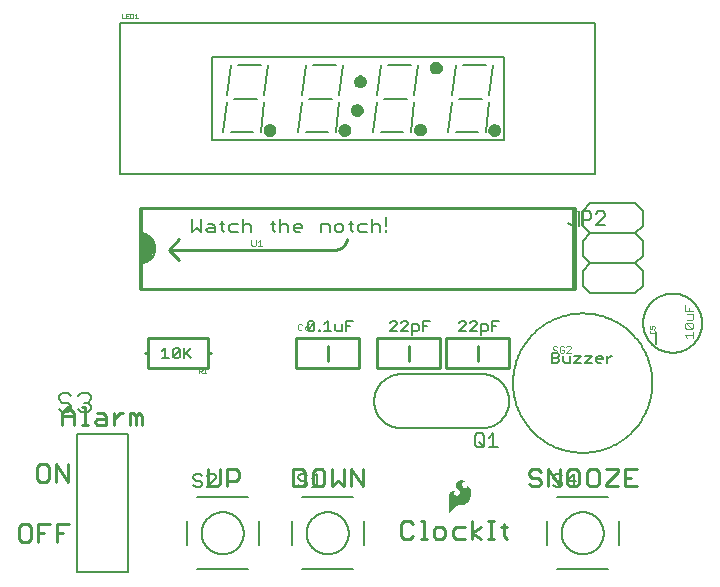
<source format=gbr>
G04 EAGLE Gerber RS-274X export*
G75*
%MOMM*%
%FSLAX34Y34*%
%LPD*%
%INSilkscreen Top*%
%IPPOS*%
%AMOC8*
5,1,8,0,0,1.08239X$1,22.5*%
G01*
%ADD10C,0.254000*%
%ADD11C,0.279400*%
%ADD12C,0.152400*%
%ADD13C,0.203200*%
%ADD14C,0.127000*%
%ADD15C,0.025400*%
%ADD16C,0.076200*%
%ADD17C,0.050800*%
%ADD18C,0.177800*%

G36*
X77480Y54511D02*
X77480Y54511D01*
X77484Y54509D01*
X77554Y54545D01*
X77564Y54550D01*
X77565Y54551D01*
X82437Y60033D01*
X83291Y60815D01*
X84281Y61404D01*
X84632Y61531D01*
X85000Y61596D01*
X87275Y61596D01*
X87280Y61598D01*
X87286Y61596D01*
X88650Y61720D01*
X88660Y61726D01*
X88672Y61724D01*
X89991Y62092D01*
X89999Y62100D01*
X90012Y62101D01*
X91242Y62701D01*
X91249Y62708D01*
X91260Y62711D01*
X92417Y63528D01*
X92422Y63536D01*
X92431Y63539D01*
X93462Y64511D01*
X93465Y64519D01*
X93471Y64521D01*
X93472Y64523D01*
X93474Y64524D01*
X94359Y65631D01*
X94361Y65641D01*
X94370Y65648D01*
X95317Y67329D01*
X95318Y67340D01*
X95326Y67350D01*
X95954Y69174D01*
X95953Y69185D01*
X95960Y69196D01*
X96248Y71103D01*
X96245Y71114D01*
X96250Y71126D01*
X96248Y71178D01*
X96240Y71430D01*
X96236Y71556D01*
X96236Y71557D01*
X96228Y71809D01*
X96220Y72062D01*
X96216Y72188D01*
X96208Y72440D01*
X96197Y72819D01*
X96189Y73054D01*
X96185Y73063D01*
X96187Y73075D01*
X95980Y74114D01*
X95975Y74122D01*
X95975Y74133D01*
X95617Y75130D01*
X95611Y75137D01*
X95610Y75148D01*
X95108Y76082D01*
X95099Y76089D01*
X95096Y76101D01*
X94189Y77238D01*
X94178Y77244D01*
X94171Y77257D01*
X93045Y78178D01*
X93002Y78190D01*
X92961Y78206D01*
X92956Y78204D01*
X92950Y78205D01*
X92912Y78184D01*
X92872Y78165D01*
X92869Y78159D01*
X92865Y78157D01*
X92857Y78128D01*
X92839Y78080D01*
X92839Y77200D01*
X92823Y77080D01*
X92779Y76977D01*
X92505Y76637D01*
X92144Y76389D01*
X91970Y76324D01*
X91432Y76266D01*
X90902Y76364D01*
X90414Y76613D01*
X89512Y77264D01*
X89100Y77618D01*
X88749Y78028D01*
X88466Y78486D01*
X88260Y78980D01*
X88201Y79280D01*
X88213Y79583D01*
X88370Y80102D01*
X88656Y80562D01*
X89051Y80932D01*
X89532Y81187D01*
X90022Y81326D01*
X90533Y81383D01*
X91136Y81383D01*
X91137Y81383D01*
X91159Y81392D01*
X91227Y81421D01*
X91262Y81513D01*
X91258Y81522D01*
X91224Y81598D01*
X91222Y81601D01*
X91221Y81602D01*
X91220Y81603D01*
X91199Y81623D01*
X91192Y81626D01*
X91188Y81634D01*
X90753Y81972D01*
X90738Y81976D01*
X90726Y81988D01*
X90222Y82209D01*
X90221Y82209D01*
X89865Y82361D01*
X89637Y82462D01*
X89627Y82463D01*
X89617Y82469D01*
X88739Y82689D01*
X88730Y82688D01*
X88720Y82692D01*
X87820Y82778D01*
X87810Y82774D01*
X87798Y82778D01*
X86930Y82712D01*
X86919Y82706D01*
X86906Y82707D01*
X86066Y82476D01*
X86056Y82468D01*
X86043Y82467D01*
X85263Y82079D01*
X85256Y82071D01*
X85245Y82068D01*
X84468Y81508D01*
X84464Y81501D01*
X84455Y81497D01*
X83759Y80839D01*
X83754Y80828D01*
X83743Y80820D01*
X83312Y80217D01*
X83309Y80202D01*
X83297Y80189D01*
X83030Y79497D01*
X83030Y79481D01*
X83022Y79466D01*
X82935Y78729D01*
X82940Y78714D01*
X82936Y78697D01*
X83035Y77962D01*
X83043Y77949D01*
X83043Y77932D01*
X83323Y77244D01*
X83332Y77235D01*
X83335Y77221D01*
X84522Y75463D01*
X84530Y75458D01*
X84534Y75447D01*
X85987Y73906D01*
X86357Y73471D01*
X86597Y72968D01*
X86699Y72420D01*
X86656Y71864D01*
X86470Y71339D01*
X86155Y70879D01*
X85730Y70514D01*
X85187Y70221D01*
X84601Y70023D01*
X83991Y69926D01*
X83280Y69961D01*
X82602Y70168D01*
X81996Y70533D01*
X81683Y70861D01*
X81477Y71265D01*
X81384Y71681D01*
X81384Y72109D01*
X81477Y72524D01*
X81549Y72662D01*
X81667Y72776D01*
X82491Y73375D01*
X82624Y73446D01*
X82762Y73474D01*
X82920Y73458D01*
X82963Y73472D01*
X83008Y73483D01*
X83010Y73487D01*
X83014Y73488D01*
X83034Y73529D01*
X83057Y73568D01*
X83056Y73572D01*
X83058Y73576D01*
X83043Y73619D01*
X83030Y73663D01*
X83027Y73665D01*
X83026Y73669D01*
X82988Y73688D01*
X82952Y73709D01*
X82469Y73785D01*
X82464Y73784D01*
X82459Y73786D01*
X81519Y73859D01*
X81510Y73856D01*
X81499Y73859D01*
X80559Y73786D01*
X80549Y73781D01*
X80537Y73782D01*
X79838Y73598D01*
X79828Y73590D01*
X79814Y73589D01*
X79166Y73268D01*
X79158Y73259D01*
X79144Y73255D01*
X78574Y72810D01*
X78568Y72799D01*
X78556Y72793D01*
X78086Y72243D01*
X78082Y72231D01*
X78071Y72222D01*
X77670Y71490D01*
X77669Y71477D01*
X77660Y71466D01*
X77420Y70667D01*
X77421Y70654D01*
X77415Y70641D01*
X77345Y69810D01*
X77347Y69804D01*
X77345Y69799D01*
X77345Y54635D01*
X77347Y54630D01*
X77345Y54626D01*
X77366Y54586D01*
X77383Y54544D01*
X77388Y54543D01*
X77390Y54538D01*
X77433Y54525D01*
X77475Y54509D01*
X77480Y54511D01*
G37*
G36*
X67651Y426586D02*
X67651Y426586D01*
X67795Y426623D01*
X67872Y426636D01*
X68812Y426965D01*
X68945Y427033D01*
X69017Y427064D01*
X69860Y427593D01*
X69974Y427690D01*
X70037Y427735D01*
X70741Y428439D01*
X70831Y428558D01*
X70883Y428616D01*
X71412Y429459D01*
X71473Y429595D01*
X71511Y429664D01*
X71840Y430604D01*
X71869Y430750D01*
X71890Y430825D01*
X72002Y431814D01*
X71998Y431964D01*
X72002Y432041D01*
X71931Y432675D01*
X71931Y432676D01*
X71891Y433031D01*
X71853Y433175D01*
X71840Y433252D01*
X71511Y434192D01*
X71443Y434325D01*
X71413Y434397D01*
X70883Y435240D01*
X70787Y435354D01*
X70741Y435418D01*
X70038Y436121D01*
X69918Y436211D01*
X69860Y436263D01*
X69017Y436793D01*
X68881Y436854D01*
X68812Y436891D01*
X67872Y437220D01*
X67726Y437249D01*
X67651Y437271D01*
X66661Y437382D01*
X66513Y437378D01*
X66435Y437382D01*
X65445Y437271D01*
X65301Y437233D01*
X65224Y437220D01*
X64284Y436891D01*
X64151Y436823D01*
X64079Y436793D01*
X63236Y436263D01*
X63122Y436167D01*
X63058Y436121D01*
X62355Y435418D01*
X62265Y435298D01*
X62213Y435240D01*
X61683Y434397D01*
X61622Y434261D01*
X61585Y434192D01*
X61256Y433252D01*
X61227Y433106D01*
X61205Y433031D01*
X61094Y432041D01*
X61098Y431893D01*
X61094Y431814D01*
X61206Y430825D01*
X61243Y430681D01*
X61256Y430604D01*
X61585Y429664D01*
X61653Y429531D01*
X61684Y429459D01*
X62213Y428616D01*
X62310Y428502D01*
X62355Y428439D01*
X63059Y427735D01*
X63144Y427671D01*
X63147Y427668D01*
X63150Y427667D01*
X63178Y427645D01*
X63236Y427593D01*
X64079Y427064D01*
X64215Y427003D01*
X64284Y426965D01*
X65224Y426636D01*
X65370Y426607D01*
X65445Y426586D01*
X66434Y426474D01*
X66584Y426478D01*
X66662Y426474D01*
X67651Y426586D01*
G37*
G36*
X3439Y414952D02*
X3439Y414952D01*
X3583Y414989D01*
X3660Y415002D01*
X4600Y415331D01*
X4733Y415399D01*
X4805Y415430D01*
X5648Y415959D01*
X5762Y416056D01*
X5825Y416101D01*
X6529Y416805D01*
X6619Y416924D01*
X6671Y416982D01*
X7200Y417825D01*
X7261Y417961D01*
X7299Y418030D01*
X7628Y418970D01*
X7657Y419116D01*
X7678Y419191D01*
X7790Y420180D01*
X7786Y420330D01*
X7790Y420407D01*
X7719Y421041D01*
X7719Y421042D01*
X7679Y421397D01*
X7641Y421541D01*
X7628Y421618D01*
X7299Y422558D01*
X7231Y422691D01*
X7201Y422763D01*
X6671Y423606D01*
X6575Y423720D01*
X6529Y423784D01*
X5826Y424487D01*
X5706Y424577D01*
X5648Y424629D01*
X4805Y425159D01*
X4669Y425220D01*
X4600Y425257D01*
X3660Y425586D01*
X3514Y425615D01*
X3439Y425637D01*
X2449Y425748D01*
X2301Y425744D01*
X2223Y425748D01*
X1233Y425637D01*
X1089Y425599D01*
X1012Y425586D01*
X72Y425257D01*
X-61Y425189D01*
X-133Y425159D01*
X-976Y424629D01*
X-1090Y424533D01*
X-1154Y424487D01*
X-1857Y423784D01*
X-1947Y423664D01*
X-1999Y423606D01*
X-2529Y422763D01*
X-2590Y422627D01*
X-2627Y422558D01*
X-2956Y421618D01*
X-2985Y421472D01*
X-3007Y421397D01*
X-3118Y420407D01*
X-3114Y420259D01*
X-3118Y420180D01*
X-3006Y419191D01*
X-2969Y419047D01*
X-2956Y418970D01*
X-2627Y418030D01*
X-2559Y417897D01*
X-2528Y417825D01*
X-1999Y416982D01*
X-1903Y416868D01*
X-1857Y416805D01*
X-1153Y416101D01*
X-1068Y416037D01*
X-1065Y416034D01*
X-1063Y416033D01*
X-1034Y416011D01*
X-976Y415959D01*
X-133Y415430D01*
X3Y415369D01*
X72Y415331D01*
X1012Y415002D01*
X1158Y414973D01*
X1233Y414952D01*
X2222Y414840D01*
X2372Y414844D01*
X2450Y414840D01*
X3439Y414952D01*
G37*
G36*
X798Y390695D02*
X798Y390695D01*
X942Y390732D01*
X1019Y390745D01*
X1959Y391074D01*
X2092Y391142D01*
X2164Y391173D01*
X3007Y391702D01*
X3121Y391799D01*
X3184Y391844D01*
X3888Y392548D01*
X3978Y392667D01*
X4030Y392725D01*
X4559Y393568D01*
X4620Y393704D01*
X4658Y393773D01*
X4987Y394713D01*
X5016Y394859D01*
X5037Y394934D01*
X5149Y395923D01*
X5145Y396073D01*
X5149Y396150D01*
X5078Y396784D01*
X5078Y396785D01*
X5038Y397140D01*
X5000Y397284D01*
X4987Y397361D01*
X4658Y398301D01*
X4590Y398434D01*
X4560Y398506D01*
X4030Y399349D01*
X3934Y399463D01*
X3888Y399527D01*
X3185Y400230D01*
X3065Y400320D01*
X3007Y400372D01*
X2164Y400902D01*
X2028Y400963D01*
X1959Y401000D01*
X1019Y401329D01*
X873Y401358D01*
X798Y401380D01*
X-192Y401491D01*
X-340Y401487D01*
X-418Y401491D01*
X-1408Y401380D01*
X-1552Y401342D01*
X-1629Y401329D01*
X-2569Y401000D01*
X-2702Y400932D01*
X-2774Y400902D01*
X-3617Y400372D01*
X-3731Y400276D01*
X-3795Y400230D01*
X-4498Y399527D01*
X-4588Y399407D01*
X-4640Y399349D01*
X-5170Y398506D01*
X-5231Y398370D01*
X-5268Y398301D01*
X-5597Y397361D01*
X-5626Y397215D01*
X-5648Y397140D01*
X-5759Y396150D01*
X-5755Y396002D01*
X-5759Y395923D01*
X-5647Y394934D01*
X-5610Y394790D01*
X-5597Y394713D01*
X-5268Y393773D01*
X-5200Y393640D01*
X-5169Y393568D01*
X-4640Y392725D01*
X-4544Y392611D01*
X-4498Y392548D01*
X-3794Y391844D01*
X-3709Y391780D01*
X-3706Y391777D01*
X-3704Y391776D01*
X-3675Y391754D01*
X-3617Y391702D01*
X-2774Y391173D01*
X-2638Y391112D01*
X-2569Y391074D01*
X-1629Y390745D01*
X-1483Y390716D01*
X-1408Y390695D01*
X-419Y390583D01*
X-269Y390587D01*
X-191Y390583D01*
X798Y390695D01*
G37*
G36*
X54290Y374033D02*
X54290Y374033D01*
X54434Y374070D01*
X54511Y374083D01*
X55451Y374412D01*
X55584Y374480D01*
X55656Y374511D01*
X56499Y375040D01*
X56613Y375137D01*
X56676Y375182D01*
X57380Y375886D01*
X57470Y376005D01*
X57522Y376063D01*
X58051Y376906D01*
X58112Y377042D01*
X58150Y377111D01*
X58479Y378051D01*
X58508Y378197D01*
X58529Y378272D01*
X58641Y379261D01*
X58637Y379411D01*
X58641Y379488D01*
X58570Y380122D01*
X58570Y380123D01*
X58530Y380478D01*
X58492Y380622D01*
X58479Y380699D01*
X58150Y381639D01*
X58082Y381772D01*
X58052Y381844D01*
X57522Y382687D01*
X57426Y382801D01*
X57380Y382865D01*
X56677Y383568D01*
X56557Y383658D01*
X56499Y383710D01*
X55656Y384240D01*
X55520Y384301D01*
X55451Y384338D01*
X54511Y384667D01*
X54365Y384696D01*
X54290Y384718D01*
X53300Y384829D01*
X53152Y384825D01*
X53074Y384829D01*
X52084Y384718D01*
X51940Y384680D01*
X51863Y384667D01*
X50923Y384338D01*
X50790Y384270D01*
X50718Y384240D01*
X49875Y383710D01*
X49761Y383614D01*
X49697Y383568D01*
X48994Y382865D01*
X48904Y382745D01*
X48852Y382687D01*
X48322Y381844D01*
X48261Y381708D01*
X48224Y381639D01*
X47895Y380699D01*
X47866Y380553D01*
X47844Y380478D01*
X47733Y379488D01*
X47737Y379340D01*
X47733Y379261D01*
X47845Y378272D01*
X47882Y378128D01*
X47895Y378051D01*
X48224Y377111D01*
X48292Y376978D01*
X48323Y376906D01*
X48852Y376063D01*
X48949Y375949D01*
X48994Y375886D01*
X49698Y375182D01*
X49783Y375118D01*
X49786Y375115D01*
X49789Y375114D01*
X49817Y375092D01*
X49875Y375040D01*
X50718Y374511D01*
X50854Y374450D01*
X50923Y374412D01*
X51863Y374083D01*
X52009Y374054D01*
X52084Y374033D01*
X53073Y373921D01*
X53223Y373925D01*
X53301Y373921D01*
X54290Y374033D01*
G37*
G36*
X-73142Y373728D02*
X-73142Y373728D01*
X-72998Y373765D01*
X-72921Y373778D01*
X-71981Y374107D01*
X-71848Y374175D01*
X-71776Y374206D01*
X-70933Y374735D01*
X-70819Y374832D01*
X-70756Y374877D01*
X-70052Y375581D01*
X-69962Y375700D01*
X-69910Y375758D01*
X-69381Y376601D01*
X-69320Y376737D01*
X-69282Y376806D01*
X-68953Y377746D01*
X-68924Y377892D01*
X-68903Y377967D01*
X-68791Y378956D01*
X-68795Y379106D01*
X-68791Y379183D01*
X-68862Y379817D01*
X-68862Y379818D01*
X-68902Y380173D01*
X-68940Y380317D01*
X-68953Y380394D01*
X-69282Y381334D01*
X-69350Y381467D01*
X-69380Y381539D01*
X-69910Y382382D01*
X-70006Y382496D01*
X-70052Y382560D01*
X-70755Y383263D01*
X-70875Y383353D01*
X-70933Y383405D01*
X-71776Y383935D01*
X-71912Y383996D01*
X-71981Y384033D01*
X-72921Y384362D01*
X-73067Y384391D01*
X-73142Y384413D01*
X-74132Y384524D01*
X-74280Y384520D01*
X-74358Y384524D01*
X-75348Y384413D01*
X-75492Y384375D01*
X-75569Y384362D01*
X-76509Y384033D01*
X-76642Y383965D01*
X-76714Y383935D01*
X-77557Y383405D01*
X-77671Y383309D01*
X-77735Y383263D01*
X-78438Y382560D01*
X-78528Y382440D01*
X-78580Y382382D01*
X-79110Y381539D01*
X-79171Y381403D01*
X-79208Y381334D01*
X-79537Y380394D01*
X-79566Y380248D01*
X-79588Y380173D01*
X-79699Y379183D01*
X-79695Y379035D01*
X-79699Y378956D01*
X-79587Y377967D01*
X-79550Y377823D01*
X-79537Y377746D01*
X-79208Y376806D01*
X-79140Y376673D01*
X-79109Y376601D01*
X-78580Y375758D01*
X-78484Y375644D01*
X-78438Y375581D01*
X-77734Y374877D01*
X-77649Y374813D01*
X-77646Y374810D01*
X-77644Y374809D01*
X-77615Y374787D01*
X-77557Y374735D01*
X-76714Y374206D01*
X-76578Y374145D01*
X-76509Y374107D01*
X-75569Y373778D01*
X-75423Y373749D01*
X-75348Y373728D01*
X-74359Y373616D01*
X-74209Y373620D01*
X-74131Y373616D01*
X-73142Y373728D01*
G37*
G36*
X117104Y373728D02*
X117104Y373728D01*
X117248Y373765D01*
X117325Y373778D01*
X118265Y374107D01*
X118398Y374175D01*
X118470Y374206D01*
X119313Y374735D01*
X119427Y374832D01*
X119490Y374877D01*
X120194Y375581D01*
X120284Y375700D01*
X120336Y375758D01*
X120865Y376601D01*
X120926Y376737D01*
X120964Y376806D01*
X121293Y377746D01*
X121322Y377892D01*
X121343Y377967D01*
X121455Y378956D01*
X121451Y379106D01*
X121455Y379183D01*
X121384Y379817D01*
X121384Y379818D01*
X121344Y380173D01*
X121306Y380317D01*
X121293Y380394D01*
X120964Y381334D01*
X120896Y381467D01*
X120866Y381539D01*
X120336Y382382D01*
X120240Y382496D01*
X120194Y382560D01*
X119491Y383263D01*
X119371Y383353D01*
X119313Y383405D01*
X118470Y383935D01*
X118334Y383996D01*
X118265Y384033D01*
X117325Y384362D01*
X117179Y384391D01*
X117104Y384413D01*
X116114Y384524D01*
X115966Y384520D01*
X115888Y384524D01*
X114898Y384413D01*
X114754Y384375D01*
X114677Y384362D01*
X113737Y384033D01*
X113604Y383965D01*
X113532Y383935D01*
X112689Y383405D01*
X112575Y383309D01*
X112511Y383263D01*
X111808Y382560D01*
X111718Y382440D01*
X111666Y382382D01*
X111136Y381539D01*
X111075Y381403D01*
X111038Y381334D01*
X110709Y380394D01*
X110680Y380248D01*
X110658Y380173D01*
X110547Y379183D01*
X110551Y379035D01*
X110547Y378956D01*
X110659Y377967D01*
X110696Y377823D01*
X110709Y377746D01*
X111038Y376806D01*
X111106Y376673D01*
X111137Y376601D01*
X111666Y375758D01*
X111763Y375644D01*
X111808Y375581D01*
X112512Y374877D01*
X112597Y374813D01*
X112600Y374810D01*
X112603Y374809D01*
X112631Y374787D01*
X112689Y374735D01*
X113532Y374206D01*
X113668Y374145D01*
X113737Y374107D01*
X114677Y373778D01*
X114823Y373749D01*
X114898Y373728D01*
X115887Y373616D01*
X116037Y373620D01*
X116115Y373616D01*
X117104Y373728D01*
G37*
G36*
X-9718Y373728D02*
X-9718Y373728D01*
X-9574Y373765D01*
X-9497Y373778D01*
X-8557Y374107D01*
X-8424Y374175D01*
X-8352Y374206D01*
X-7509Y374735D01*
X-7395Y374832D01*
X-7332Y374877D01*
X-6628Y375581D01*
X-6538Y375700D01*
X-6486Y375758D01*
X-5957Y376601D01*
X-5896Y376737D01*
X-5858Y376806D01*
X-5529Y377746D01*
X-5500Y377892D01*
X-5479Y377967D01*
X-5367Y378956D01*
X-5371Y379106D01*
X-5367Y379183D01*
X-5438Y379817D01*
X-5438Y379818D01*
X-5478Y380173D01*
X-5516Y380317D01*
X-5529Y380394D01*
X-5858Y381334D01*
X-5926Y381467D01*
X-5956Y381539D01*
X-6486Y382382D01*
X-6582Y382496D01*
X-6628Y382560D01*
X-7331Y383263D01*
X-7451Y383353D01*
X-7509Y383405D01*
X-8352Y383935D01*
X-8488Y383996D01*
X-8557Y384033D01*
X-9497Y384362D01*
X-9643Y384391D01*
X-9718Y384413D01*
X-10708Y384524D01*
X-10856Y384520D01*
X-10934Y384524D01*
X-11924Y384413D01*
X-12068Y384375D01*
X-12145Y384362D01*
X-13085Y384033D01*
X-13218Y383965D01*
X-13290Y383935D01*
X-14133Y383405D01*
X-14247Y383309D01*
X-14311Y383263D01*
X-15014Y382560D01*
X-15104Y382440D01*
X-15156Y382382D01*
X-15686Y381539D01*
X-15747Y381403D01*
X-15784Y381334D01*
X-16113Y380394D01*
X-16142Y380248D01*
X-16164Y380173D01*
X-16275Y379183D01*
X-16271Y379035D01*
X-16275Y378956D01*
X-16163Y377967D01*
X-16126Y377823D01*
X-16113Y377746D01*
X-15784Y376806D01*
X-15716Y376673D01*
X-15685Y376601D01*
X-15156Y375758D01*
X-15060Y375644D01*
X-15014Y375581D01*
X-14310Y374877D01*
X-14225Y374813D01*
X-14222Y374810D01*
X-14220Y374809D01*
X-14191Y374787D01*
X-14133Y374735D01*
X-13290Y374206D01*
X-13154Y374145D01*
X-13085Y374107D01*
X-12145Y373778D01*
X-11999Y373749D01*
X-11924Y373728D01*
X-10935Y373616D01*
X-10785Y373620D01*
X-10707Y373616D01*
X-9718Y373728D01*
G37*
D10*
X-22860Y278130D02*
X-22583Y278072D01*
X-22305Y278020D01*
X-22025Y277976D01*
X-21745Y277938D01*
X-21464Y277907D01*
X-21182Y277883D01*
X-20899Y277865D01*
X-20617Y277855D01*
X-20334Y277851D01*
X-20051Y277854D01*
X-19768Y277864D01*
X-19486Y277881D01*
X-19204Y277904D01*
X-18922Y277935D01*
X-18642Y277972D01*
X-18362Y278016D01*
X-18084Y278067D01*
X-17807Y278124D01*
X-17531Y278188D01*
X-17257Y278259D01*
X-16985Y278336D01*
X-16715Y278420D01*
X-16447Y278510D01*
X-16181Y278607D01*
X-15917Y278710D01*
X-15656Y278820D01*
X-15398Y278936D01*
X-15143Y279058D01*
X-14891Y279186D01*
X-14642Y279320D01*
X-14396Y279460D01*
X-14154Y279606D01*
X-13915Y279758D01*
X-13680Y279916D01*
X-13449Y280079D01*
X-13222Y280248D01*
X-12999Y280422D01*
X-12780Y280602D01*
X-12566Y280787D01*
X-12356Y280977D01*
X-12151Y281171D01*
X-11951Y281371D01*
X-11755Y281576D01*
X-11565Y281785D01*
X-11379Y281999D01*
X-11199Y282217D01*
X-11025Y282440D01*
X-10855Y282667D01*
X-10691Y282897D01*
X-10533Y283132D01*
X-10381Y283370D01*
X-10234Y283612D01*
X-10093Y283858D01*
X-9959Y284106D01*
X-9830Y284358D01*
X-9707Y284613D01*
X-9591Y284871D01*
X-9481Y285132D01*
X-9377Y285395D01*
X-9279Y285661D01*
X-9188Y285929D01*
X-9104Y286199D01*
X-9026Y286471D01*
X-8955Y286745D01*
X-8890Y287020D01*
X-22860Y278130D02*
X-160020Y278130D01*
X-151130Y287020D01*
X-160020Y278130D02*
X-151130Y269240D01*
D11*
X-126873Y92596D02*
X-126873Y80097D01*
X-124373Y77597D01*
X-119374Y77597D01*
X-116874Y80097D01*
X-116874Y92596D01*
X-110501Y92596D02*
X-110501Y77597D01*
X-110501Y92596D02*
X-103002Y92596D01*
X-100502Y90096D01*
X-100502Y85096D01*
X-103002Y82597D01*
X-110501Y82597D01*
X-54483Y77597D02*
X-54483Y92596D01*
X-54483Y77597D02*
X-46984Y77597D01*
X-44484Y80097D01*
X-44484Y90096D01*
X-46984Y92596D01*
X-54483Y92596D01*
X-35612Y92596D02*
X-30612Y92596D01*
X-35612Y92596D02*
X-38111Y90096D01*
X-38111Y80097D01*
X-35612Y77597D01*
X-30612Y77597D01*
X-28112Y80097D01*
X-28112Y90096D01*
X-30612Y92596D01*
X-21740Y92596D02*
X-21740Y77597D01*
X-16740Y82597D01*
X-11741Y77597D01*
X-11741Y92596D01*
X-5368Y92596D02*
X-5368Y77597D01*
X4631Y77597D02*
X-5368Y92596D01*
X4631Y92596D02*
X4631Y77597D01*
X44456Y48146D02*
X46956Y45646D01*
X44456Y48146D02*
X39457Y48146D01*
X36957Y45646D01*
X36957Y35647D01*
X39457Y33147D01*
X44456Y33147D01*
X46956Y35647D01*
X53329Y48146D02*
X55828Y48146D01*
X55828Y33147D01*
X53329Y33147D02*
X58328Y33147D01*
X66743Y33147D02*
X71742Y33147D01*
X74242Y35647D01*
X74242Y40646D01*
X71742Y43146D01*
X66743Y43146D01*
X64243Y40646D01*
X64243Y35647D01*
X66743Y33147D01*
X83114Y43146D02*
X90614Y43146D01*
X83114Y43146D02*
X80615Y40646D01*
X80615Y35647D01*
X83114Y33147D01*
X90614Y33147D01*
X96986Y33147D02*
X96986Y48146D01*
X96986Y38147D02*
X104485Y33147D01*
X96986Y38147D02*
X104485Y43146D01*
X110629Y33147D02*
X115629Y33147D01*
X113129Y33147D02*
X113129Y48146D01*
X110629Y48146D02*
X115629Y48146D01*
X124043Y45646D02*
X124043Y35647D01*
X126543Y33147D01*
X126543Y43146D02*
X121543Y43146D01*
X-250063Y129667D02*
X-250063Y139666D01*
X-245063Y144666D01*
X-240064Y139666D01*
X-240064Y129667D01*
X-240064Y137166D02*
X-250063Y137166D01*
X-233691Y144666D02*
X-231192Y144666D01*
X-231192Y129667D01*
X-233691Y129667D02*
X-228692Y129667D01*
X-220277Y139666D02*
X-215278Y139666D01*
X-212778Y137166D01*
X-212778Y129667D01*
X-220277Y129667D01*
X-222777Y132167D01*
X-220277Y134667D01*
X-212778Y134667D01*
X-206406Y139666D02*
X-206406Y129667D01*
X-206406Y134667D02*
X-201406Y139666D01*
X-198906Y139666D01*
X-192763Y139666D02*
X-192763Y129667D01*
X-192763Y139666D02*
X-190263Y139666D01*
X-187763Y137166D01*
X-187763Y129667D01*
X-187763Y137166D02*
X-185263Y139666D01*
X-182763Y137166D01*
X-182763Y129667D01*
X-264154Y96406D02*
X-269153Y96406D01*
X-271653Y93906D01*
X-271653Y83907D01*
X-269153Y81407D01*
X-264154Y81407D01*
X-261654Y83907D01*
X-261654Y93906D01*
X-264154Y96406D01*
X-255281Y96406D02*
X-255281Y81407D01*
X-245282Y81407D02*
X-255281Y96406D01*
X-245282Y96406D02*
X-245282Y81407D01*
X-279394Y45606D02*
X-284393Y45606D01*
X-286893Y43106D01*
X-286893Y33107D01*
X-284393Y30607D01*
X-279394Y30607D01*
X-276894Y33107D01*
X-276894Y43106D01*
X-279394Y45606D01*
X-270521Y45606D02*
X-270521Y30607D01*
X-270521Y45606D02*
X-260522Y45606D01*
X-265522Y38106D02*
X-270521Y38106D01*
X-254150Y30607D02*
X-254150Y45606D01*
X-244151Y45606D01*
X-249150Y38106D02*
X-254150Y38106D01*
X152406Y92596D02*
X154906Y90096D01*
X152406Y92596D02*
X147407Y92596D01*
X144907Y90096D01*
X144907Y87596D01*
X147407Y85096D01*
X152406Y85096D01*
X154906Y82597D01*
X154906Y80097D01*
X152406Y77597D01*
X147407Y77597D01*
X144907Y80097D01*
X161279Y77597D02*
X161279Y92596D01*
X171278Y77597D01*
X171278Y92596D01*
X180150Y92596D02*
X185150Y92596D01*
X180150Y92596D02*
X177650Y90096D01*
X177650Y80097D01*
X180150Y77597D01*
X185150Y77597D01*
X187649Y80097D01*
X187649Y90096D01*
X185150Y92596D01*
X196521Y92596D02*
X201521Y92596D01*
X196521Y92596D02*
X194022Y90096D01*
X194022Y80097D01*
X196521Y77597D01*
X201521Y77597D01*
X204021Y80097D01*
X204021Y90096D01*
X201521Y92596D01*
X210393Y92596D02*
X220392Y92596D01*
X220392Y90096D01*
X210393Y80097D01*
X210393Y77597D01*
X220392Y77597D01*
X226765Y92596D02*
X236764Y92596D01*
X226765Y92596D02*
X226765Y77597D01*
X236764Y77597D01*
X231764Y85096D02*
X226765Y85096D01*
D12*
X-42418Y210483D02*
X-42418Y216245D01*
X-40977Y217685D01*
X-38096Y217685D01*
X-36656Y216245D01*
X-36656Y210483D01*
X-38096Y209042D01*
X-40977Y209042D01*
X-42418Y210483D01*
X-36656Y216245D01*
X-33063Y210483D02*
X-33063Y209042D01*
X-33063Y210483D02*
X-31622Y210483D01*
X-31622Y209042D01*
X-33063Y209042D01*
X-28385Y214804D02*
X-25504Y217685D01*
X-25504Y209042D01*
X-28385Y209042D02*
X-22623Y209042D01*
X-19030Y210483D02*
X-19030Y214804D01*
X-19030Y210483D02*
X-17589Y209042D01*
X-13268Y209042D01*
X-13268Y214804D01*
X-9675Y217685D02*
X-9675Y209042D01*
X-9675Y217685D02*
X-3913Y217685D01*
X-6794Y213364D02*
X-9675Y213364D01*
X27432Y209042D02*
X33194Y209042D01*
X27432Y209042D02*
X33194Y214804D01*
X33194Y216245D01*
X31754Y217685D01*
X28873Y217685D01*
X27432Y216245D01*
X36787Y209042D02*
X42549Y209042D01*
X36787Y209042D02*
X42549Y214804D01*
X42549Y216245D01*
X41109Y217685D01*
X38228Y217685D01*
X36787Y216245D01*
X46142Y214804D02*
X46142Y206161D01*
X46142Y214804D02*
X50464Y214804D01*
X51905Y213364D01*
X51905Y210483D01*
X50464Y209042D01*
X46142Y209042D01*
X55498Y209042D02*
X55498Y217685D01*
X61260Y217685D01*
X58379Y213364D02*
X55498Y213364D01*
X85852Y209042D02*
X91614Y209042D01*
X85852Y209042D02*
X91614Y214804D01*
X91614Y216245D01*
X90174Y217685D01*
X87293Y217685D01*
X85852Y216245D01*
X95207Y209042D02*
X100969Y209042D01*
X95207Y209042D02*
X100969Y214804D01*
X100969Y216245D01*
X99529Y217685D01*
X96648Y217685D01*
X95207Y216245D01*
X104562Y214804D02*
X104562Y206161D01*
X104562Y214804D02*
X108884Y214804D01*
X110325Y213364D01*
X110325Y210483D01*
X108884Y209042D01*
X104562Y209042D01*
X113918Y209042D02*
X113918Y217685D01*
X119680Y217685D01*
X116799Y213364D02*
X113918Y213364D01*
X164592Y191015D02*
X164592Y182372D01*
X164592Y191015D02*
X168914Y191015D01*
X170354Y189575D01*
X170354Y188134D01*
X168914Y186694D01*
X170354Y185253D01*
X170354Y183813D01*
X168914Y182372D01*
X164592Y182372D01*
X164592Y186694D02*
X168914Y186694D01*
X173947Y188134D02*
X173947Y183813D01*
X175388Y182372D01*
X179709Y182372D01*
X179709Y188134D01*
X183302Y188134D02*
X189065Y188134D01*
X183302Y182372D01*
X189065Y182372D01*
X192658Y188134D02*
X198420Y188134D01*
X192658Y182372D01*
X198420Y182372D01*
X203453Y182372D02*
X206334Y182372D01*
X203453Y182372D02*
X202013Y183813D01*
X202013Y186694D01*
X203453Y188134D01*
X206334Y188134D01*
X207775Y186694D01*
X207775Y185253D01*
X202013Y185253D01*
X211368Y182372D02*
X211368Y188134D01*
X211368Y185253D02*
X214249Y188134D01*
X215690Y188134D01*
D13*
X-139954Y293116D02*
X-139954Y303793D01*
X-136395Y296675D02*
X-139954Y293116D01*
X-136395Y296675D02*
X-132836Y293116D01*
X-132836Y303793D01*
X-126481Y300234D02*
X-122921Y300234D01*
X-121142Y298455D01*
X-121142Y293116D01*
X-126481Y293116D01*
X-128260Y294896D01*
X-126481Y296675D01*
X-121142Y296675D01*
X-114787Y294896D02*
X-114787Y302014D01*
X-114787Y294896D02*
X-113007Y293116D01*
X-113007Y300234D02*
X-116566Y300234D01*
X-106991Y300234D02*
X-101652Y300234D01*
X-106991Y300234D02*
X-108770Y298455D01*
X-108770Y294896D01*
X-106991Y293116D01*
X-101652Y293116D01*
X-97076Y293116D02*
X-97076Y303793D01*
X-95297Y300234D02*
X-97076Y298455D01*
X-95297Y300234D02*
X-91738Y300234D01*
X-89958Y298455D01*
X-89958Y293116D01*
X-71909Y294896D02*
X-71909Y302014D01*
X-71909Y294896D02*
X-70129Y293116D01*
X-70129Y300234D02*
X-73688Y300234D01*
X-65892Y303793D02*
X-65892Y293116D01*
X-65892Y298455D02*
X-64113Y300234D01*
X-60554Y300234D01*
X-58774Y298455D01*
X-58774Y293116D01*
X-52419Y293116D02*
X-48860Y293116D01*
X-52419Y293116D02*
X-54198Y294896D01*
X-54198Y298455D01*
X-52419Y300234D01*
X-48860Y300234D01*
X-47080Y298455D01*
X-47080Y296675D01*
X-54198Y296675D01*
X-30810Y293116D02*
X-30810Y300234D01*
X-25472Y300234D01*
X-23692Y298455D01*
X-23692Y293116D01*
X-17337Y293116D02*
X-13778Y293116D01*
X-11998Y294896D01*
X-11998Y298455D01*
X-13778Y300234D01*
X-17337Y300234D01*
X-19116Y298455D01*
X-19116Y294896D01*
X-17337Y293116D01*
X-5643Y294896D02*
X-5643Y302014D01*
X-5643Y294896D02*
X-3863Y293116D01*
X-3863Y300234D02*
X-7422Y300234D01*
X2153Y300234D02*
X7492Y300234D01*
X2153Y300234D02*
X374Y298455D01*
X374Y294896D01*
X2153Y293116D01*
X7492Y293116D01*
X12068Y293116D02*
X12068Y303793D01*
X13847Y300234D02*
X12068Y298455D01*
X13847Y300234D02*
X17406Y300234D01*
X19186Y298455D01*
X19186Y293116D01*
X23762Y293116D02*
X23762Y294896D01*
X23762Y298455D02*
X23762Y305573D01*
X190500Y311150D02*
X196850Y317500D01*
X190500Y298450D02*
X196850Y292100D01*
X190500Y285750D01*
X190500Y273050D02*
X196850Y266700D01*
X190500Y260350D01*
X190500Y247650D02*
X196850Y241300D01*
X196850Y317500D02*
X234950Y317500D01*
X241300Y311150D01*
X241300Y298450D01*
X234950Y292100D01*
X241300Y285750D01*
X241300Y273050D01*
X234950Y266700D01*
X241300Y260350D01*
X241300Y247650D01*
X234950Y241300D01*
X234950Y292100D02*
X196850Y292100D01*
X196850Y266700D02*
X234950Y266700D01*
X234950Y241300D02*
X196850Y241300D01*
X190500Y247650D02*
X190500Y260350D01*
X190500Y273050D02*
X190500Y285750D01*
X190500Y298450D02*
X190500Y311150D01*
X187150Y311150D02*
X187150Y298450D01*
D14*
X180342Y299085D02*
X178435Y300992D01*
X180342Y299085D02*
X182248Y299085D01*
X184155Y300992D01*
X184155Y310525D01*
X182248Y310525D02*
X186062Y310525D01*
X190129Y310525D02*
X190129Y299085D01*
X190129Y310525D02*
X195849Y310525D01*
X197755Y308618D01*
X197755Y304805D01*
X195849Y302898D01*
X190129Y302898D01*
X201823Y299085D02*
X209449Y299085D01*
X201823Y299085D02*
X209449Y306712D01*
X209449Y308618D01*
X207543Y310525D01*
X203730Y310525D01*
X201823Y308618D01*
D13*
X252730Y208280D02*
X252730Y198120D01*
X241700Y215900D02*
X241708Y216514D01*
X241730Y217127D01*
X241768Y217739D01*
X241820Y218350D01*
X241888Y218960D01*
X241971Y219568D01*
X242068Y220174D01*
X242180Y220777D01*
X242307Y221378D01*
X242449Y221975D01*
X242606Y222568D01*
X242776Y223157D01*
X242962Y223742D01*
X243161Y224322D01*
X243375Y224897D01*
X243603Y225467D01*
X243845Y226031D01*
X244100Y226589D01*
X244369Y227140D01*
X244652Y227685D01*
X244948Y228222D01*
X245257Y228753D01*
X245579Y229275D01*
X245913Y229789D01*
X246260Y230295D01*
X246620Y230792D01*
X246991Y231281D01*
X247375Y231760D01*
X247770Y232229D01*
X248176Y232689D01*
X248594Y233139D01*
X249022Y233578D01*
X249461Y234006D01*
X249911Y234424D01*
X250371Y234830D01*
X250840Y235225D01*
X251319Y235609D01*
X251808Y235980D01*
X252305Y236340D01*
X252811Y236687D01*
X253325Y237021D01*
X253847Y237343D01*
X254378Y237652D01*
X254915Y237948D01*
X255460Y238231D01*
X256011Y238500D01*
X256569Y238755D01*
X257133Y238997D01*
X257703Y239225D01*
X258278Y239439D01*
X258858Y239638D01*
X259443Y239824D01*
X260032Y239994D01*
X260625Y240151D01*
X261222Y240293D01*
X261823Y240420D01*
X262426Y240532D01*
X263032Y240629D01*
X263640Y240712D01*
X264250Y240780D01*
X264861Y240832D01*
X265473Y240870D01*
X266086Y240892D01*
X266700Y240900D01*
X267314Y240892D01*
X267927Y240870D01*
X268539Y240832D01*
X269150Y240780D01*
X269760Y240712D01*
X270368Y240629D01*
X270974Y240532D01*
X271577Y240420D01*
X272178Y240293D01*
X272775Y240151D01*
X273368Y239994D01*
X273957Y239824D01*
X274542Y239638D01*
X275122Y239439D01*
X275697Y239225D01*
X276267Y238997D01*
X276831Y238755D01*
X277389Y238500D01*
X277940Y238231D01*
X278485Y237948D01*
X279022Y237652D01*
X279553Y237343D01*
X280075Y237021D01*
X280589Y236687D01*
X281095Y236340D01*
X281592Y235980D01*
X282081Y235609D01*
X282560Y235225D01*
X283029Y234830D01*
X283489Y234424D01*
X283939Y234006D01*
X284378Y233578D01*
X284806Y233139D01*
X285224Y232689D01*
X285630Y232229D01*
X286025Y231760D01*
X286409Y231281D01*
X286780Y230792D01*
X287140Y230295D01*
X287487Y229789D01*
X287821Y229275D01*
X288143Y228753D01*
X288452Y228222D01*
X288748Y227685D01*
X289031Y227140D01*
X289300Y226589D01*
X289555Y226031D01*
X289797Y225467D01*
X290025Y224897D01*
X290239Y224322D01*
X290438Y223742D01*
X290624Y223157D01*
X290794Y222568D01*
X290951Y221975D01*
X291093Y221378D01*
X291220Y220777D01*
X291332Y220174D01*
X291429Y219568D01*
X291512Y218960D01*
X291580Y218350D01*
X291632Y217739D01*
X291670Y217127D01*
X291692Y216514D01*
X291700Y215900D01*
X291692Y215286D01*
X291670Y214673D01*
X291632Y214061D01*
X291580Y213450D01*
X291512Y212840D01*
X291429Y212232D01*
X291332Y211626D01*
X291220Y211023D01*
X291093Y210422D01*
X290951Y209825D01*
X290794Y209232D01*
X290624Y208643D01*
X290438Y208058D01*
X290239Y207478D01*
X290025Y206903D01*
X289797Y206333D01*
X289555Y205769D01*
X289300Y205211D01*
X289031Y204660D01*
X288748Y204115D01*
X288452Y203578D01*
X288143Y203047D01*
X287821Y202525D01*
X287487Y202011D01*
X287140Y201505D01*
X286780Y201008D01*
X286409Y200519D01*
X286025Y200040D01*
X285630Y199571D01*
X285224Y199111D01*
X284806Y198661D01*
X284378Y198222D01*
X283939Y197794D01*
X283489Y197376D01*
X283029Y196970D01*
X282560Y196575D01*
X282081Y196191D01*
X281592Y195820D01*
X281095Y195460D01*
X280589Y195113D01*
X280075Y194779D01*
X279553Y194457D01*
X279022Y194148D01*
X278485Y193852D01*
X277940Y193569D01*
X277389Y193300D01*
X276831Y193045D01*
X276267Y192803D01*
X275697Y192575D01*
X275122Y192361D01*
X274542Y192162D01*
X273957Y191976D01*
X273368Y191806D01*
X272775Y191649D01*
X272178Y191507D01*
X271577Y191380D01*
X270974Y191268D01*
X270368Y191171D01*
X269760Y191088D01*
X269150Y191020D01*
X268539Y190968D01*
X267927Y190930D01*
X267314Y190908D01*
X266700Y190900D01*
X266086Y190908D01*
X265473Y190930D01*
X264861Y190968D01*
X264250Y191020D01*
X263640Y191088D01*
X263032Y191171D01*
X262426Y191268D01*
X261823Y191380D01*
X261222Y191507D01*
X260625Y191649D01*
X260032Y191806D01*
X259443Y191976D01*
X258858Y192162D01*
X258278Y192361D01*
X257703Y192575D01*
X257133Y192803D01*
X256569Y193045D01*
X256011Y193300D01*
X255460Y193569D01*
X254915Y193852D01*
X254378Y194148D01*
X253847Y194457D01*
X253325Y194779D01*
X252811Y195113D01*
X252305Y195460D01*
X251808Y195820D01*
X251319Y196191D01*
X250840Y196575D01*
X250371Y196970D01*
X249911Y197376D01*
X249461Y197794D01*
X249022Y198222D01*
X248594Y198661D01*
X248176Y199111D01*
X247770Y199571D01*
X247375Y200040D01*
X246991Y200519D01*
X246620Y201008D01*
X246260Y201505D01*
X245913Y202011D01*
X245579Y202525D01*
X245257Y203047D01*
X244948Y203578D01*
X244652Y204115D01*
X244369Y204660D01*
X244100Y205211D01*
X243845Y205769D01*
X243603Y206333D01*
X243375Y206903D01*
X243161Y207478D01*
X242962Y208058D01*
X242776Y208643D01*
X242606Y209232D01*
X242449Y209825D01*
X242307Y210422D01*
X242180Y211023D01*
X242068Y211626D01*
X241971Y212232D01*
X241888Y212840D01*
X241820Y213450D01*
X241768Y214061D01*
X241730Y214673D01*
X241708Y215286D01*
X241700Y215900D01*
D15*
X248155Y209679D02*
X247520Y209044D01*
X247520Y207773D01*
X248155Y207137D01*
X250697Y207137D01*
X251333Y207773D01*
X251333Y209044D01*
X250697Y209679D01*
X247520Y210879D02*
X247520Y213421D01*
X247520Y210879D02*
X249426Y210879D01*
X248791Y212150D01*
X248791Y212786D01*
X249426Y213421D01*
X250697Y213421D01*
X251333Y212786D01*
X251333Y211515D01*
X250697Y210879D01*
D16*
X276727Y206038D02*
X279184Y203581D01*
X276727Y206038D02*
X284099Y206038D01*
X284099Y203581D02*
X284099Y208496D01*
X282870Y211065D02*
X277955Y211065D01*
X276727Y212294D01*
X276727Y214751D01*
X277955Y215980D01*
X282870Y215980D01*
X284099Y214751D01*
X284099Y212294D01*
X282870Y211065D01*
X277955Y215980D01*
X279184Y218549D02*
X282870Y218549D01*
X284099Y219778D01*
X284099Y223464D01*
X279184Y223464D01*
X276727Y226033D02*
X284099Y226033D01*
X276727Y226033D02*
X276727Y230948D01*
X280413Y228491D02*
X280413Y226033D01*
D10*
X-25400Y196850D02*
X-25400Y184150D01*
X-52070Y203200D02*
X1270Y203200D01*
X1270Y177800D01*
X-52070Y177800D01*
X-52070Y203200D01*
D17*
X-46818Y214465D02*
X-47750Y215397D01*
X-49614Y215397D01*
X-50546Y214465D01*
X-50546Y210736D01*
X-49614Y209804D01*
X-47750Y209804D01*
X-46818Y210736D01*
X-43069Y214465D02*
X-41204Y215397D01*
X-43069Y214465D02*
X-44933Y212600D01*
X-44933Y210736D01*
X-44001Y209804D01*
X-42137Y209804D01*
X-41204Y210736D01*
X-41204Y211668D01*
X-42137Y212600D01*
X-44933Y212600D01*
D10*
X-184150Y244475D02*
X-184150Y266700D01*
D13*
X-183841Y266704D01*
X-183532Y266715D01*
X-183223Y266734D01*
X-182915Y266760D01*
X-182607Y266794D01*
X-182301Y266835D01*
X-181995Y266884D01*
X-181691Y266940D01*
X-181389Y267004D01*
X-181088Y267075D01*
X-180788Y267153D01*
X-180491Y267238D01*
X-180196Y267331D01*
X-179903Y267431D01*
X-179613Y267538D01*
X-179326Y267652D01*
X-179041Y267773D01*
X-178759Y267901D01*
X-178481Y268035D01*
X-178206Y268177D01*
X-177934Y268325D01*
X-177667Y268480D01*
X-177403Y268641D01*
X-177143Y268808D01*
X-176887Y268982D01*
X-176635Y269162D01*
X-176388Y269348D01*
X-176146Y269540D01*
X-175908Y269738D01*
X-175675Y269941D01*
X-175447Y270151D01*
X-175225Y270365D01*
X-175007Y270585D01*
X-174795Y270811D01*
X-174589Y271041D01*
X-174388Y271276D01*
X-174193Y271516D01*
X-174004Y271761D01*
X-173821Y272010D01*
X-173644Y272264D01*
X-173474Y272522D01*
X-173309Y272784D01*
X-173151Y273050D01*
X-173000Y273320D01*
X-172855Y273593D01*
X-172717Y273870D01*
X-172586Y274150D01*
X-172462Y274433D01*
X-172344Y274719D01*
X-172234Y275008D01*
X-172130Y275299D01*
X-172034Y275593D01*
X-171945Y275889D01*
X-171863Y276188D01*
X-171788Y276488D01*
X-171721Y276790D01*
X-171661Y277093D01*
X-171609Y277398D01*
X-171564Y277704D01*
X-171526Y278011D01*
X-171496Y278319D01*
X-171474Y278627D01*
X-171458Y278936D01*
X-171451Y279245D01*
X-171451Y279555D01*
X-171458Y279864D01*
X-171474Y280173D01*
X-171496Y280481D01*
X-171526Y280789D01*
X-171564Y281096D01*
X-171609Y281402D01*
X-171661Y281707D01*
X-171721Y282010D01*
X-171788Y282312D01*
X-171863Y282612D01*
X-171945Y282911D01*
X-172034Y283207D01*
X-172130Y283501D01*
X-172234Y283792D01*
X-172344Y284081D01*
X-172462Y284367D01*
X-172586Y284650D01*
X-172717Y284930D01*
X-172855Y285207D01*
X-173000Y285480D01*
X-173151Y285750D01*
X-173309Y286016D01*
X-173474Y286278D01*
X-173644Y286536D01*
X-173821Y286790D01*
X-174004Y287039D01*
X-174193Y287284D01*
X-174388Y287524D01*
X-174589Y287759D01*
X-174795Y287989D01*
X-175007Y288215D01*
X-175225Y288435D01*
X-175447Y288649D01*
X-175675Y288859D01*
X-175908Y289062D01*
X-176146Y289260D01*
X-176388Y289452D01*
X-176635Y289638D01*
X-176887Y289818D01*
X-177143Y289992D01*
X-177403Y290159D01*
X-177667Y290320D01*
X-177934Y290475D01*
X-178206Y290623D01*
X-178481Y290765D01*
X-178759Y290899D01*
X-179041Y291027D01*
X-179326Y291148D01*
X-179613Y291262D01*
X-179903Y291369D01*
X-180196Y291469D01*
X-180491Y291562D01*
X-180788Y291647D01*
X-181088Y291725D01*
X-181389Y291796D01*
X-181691Y291860D01*
X-181995Y291916D01*
X-182301Y291965D01*
X-182607Y292006D01*
X-182915Y292040D01*
X-183223Y292066D01*
X-183532Y292085D01*
X-183841Y292096D01*
X-184150Y292100D01*
D10*
X184150Y313690D02*
X184150Y244475D01*
X-184150Y292100D02*
X-184150Y313690D01*
X-184150Y244475D02*
X184150Y244475D01*
X184150Y313690D02*
X-184150Y313690D01*
X-184150Y292100D02*
X-184150Y266700D01*
D13*
X-182880Y267970D02*
X-182880Y290830D01*
X-180975Y290830D02*
X-182880Y267970D01*
X-180975Y267970D02*
X-180975Y290830D01*
X-179070Y290195D02*
X-180975Y267970D01*
X-179070Y268605D02*
X-179070Y290195D01*
X-177165Y288925D02*
X-179070Y268605D01*
X-177165Y269240D02*
X-177165Y288925D01*
X-175895Y287655D02*
X-177165Y269240D01*
X-175895Y271145D02*
X-175895Y287655D01*
X-174625Y286385D02*
X-175895Y271145D01*
X-174625Y272415D02*
X-174625Y286385D01*
X-173355Y284480D02*
X-174625Y272415D01*
X-173355Y275590D02*
X-173355Y284480D01*
X-182245Y313055D02*
X-182245Y245110D01*
X182245Y245110D02*
X182245Y313055D01*
D17*
X-89916Y286517D02*
X-89916Y281856D01*
X-88984Y280924D01*
X-87120Y280924D01*
X-86188Y281856D01*
X-86188Y286517D01*
X-84303Y284653D02*
X-82439Y286517D01*
X-82439Y280924D01*
X-84303Y280924D02*
X-80574Y280924D01*
D13*
X-46990Y68580D02*
X-3810Y68580D01*
X-3810Y7620D02*
X-46990Y7620D01*
X5080Y27940D02*
X5080Y48080D01*
X-55880Y48380D02*
X-55880Y27940D01*
X-43180Y38100D02*
X-43175Y38536D01*
X-43159Y38972D01*
X-43132Y39408D01*
X-43094Y39843D01*
X-43046Y40276D01*
X-42988Y40709D01*
X-42918Y41140D01*
X-42838Y41569D01*
X-42748Y41996D01*
X-42647Y42420D01*
X-42536Y42842D01*
X-42414Y43261D01*
X-42283Y43677D01*
X-42141Y44090D01*
X-41989Y44499D01*
X-41827Y44904D01*
X-41655Y45305D01*
X-41473Y45702D01*
X-41282Y46094D01*
X-41081Y46481D01*
X-40870Y46864D01*
X-40650Y47241D01*
X-40421Y47612D01*
X-40184Y47978D01*
X-39937Y48338D01*
X-39681Y48692D01*
X-39417Y49039D01*
X-39144Y49380D01*
X-38863Y49713D01*
X-38574Y50040D01*
X-38277Y50360D01*
X-37972Y50672D01*
X-37660Y50977D01*
X-37340Y51274D01*
X-37013Y51563D01*
X-36680Y51844D01*
X-36339Y52117D01*
X-35992Y52381D01*
X-35638Y52637D01*
X-35278Y52884D01*
X-34912Y53121D01*
X-34541Y53350D01*
X-34164Y53570D01*
X-33781Y53781D01*
X-33394Y53982D01*
X-33002Y54173D01*
X-32605Y54355D01*
X-32204Y54527D01*
X-31799Y54689D01*
X-31390Y54841D01*
X-30977Y54983D01*
X-30561Y55114D01*
X-30142Y55236D01*
X-29720Y55347D01*
X-29296Y55448D01*
X-28869Y55538D01*
X-28440Y55618D01*
X-28009Y55688D01*
X-27576Y55746D01*
X-27143Y55794D01*
X-26708Y55832D01*
X-26272Y55859D01*
X-25836Y55875D01*
X-25400Y55880D01*
X-24964Y55875D01*
X-24528Y55859D01*
X-24092Y55832D01*
X-23657Y55794D01*
X-23224Y55746D01*
X-22791Y55688D01*
X-22360Y55618D01*
X-21931Y55538D01*
X-21504Y55448D01*
X-21080Y55347D01*
X-20658Y55236D01*
X-20239Y55114D01*
X-19823Y54983D01*
X-19410Y54841D01*
X-19001Y54689D01*
X-18596Y54527D01*
X-18195Y54355D01*
X-17798Y54173D01*
X-17406Y53982D01*
X-17019Y53781D01*
X-16636Y53570D01*
X-16259Y53350D01*
X-15888Y53121D01*
X-15522Y52884D01*
X-15162Y52637D01*
X-14808Y52381D01*
X-14461Y52117D01*
X-14120Y51844D01*
X-13787Y51563D01*
X-13460Y51274D01*
X-13140Y50977D01*
X-12828Y50672D01*
X-12523Y50360D01*
X-12226Y50040D01*
X-11937Y49713D01*
X-11656Y49380D01*
X-11383Y49039D01*
X-11119Y48692D01*
X-10863Y48338D01*
X-10616Y47978D01*
X-10379Y47612D01*
X-10150Y47241D01*
X-9930Y46864D01*
X-9719Y46481D01*
X-9518Y46094D01*
X-9327Y45702D01*
X-9145Y45305D01*
X-8973Y44904D01*
X-8811Y44499D01*
X-8659Y44090D01*
X-8517Y43677D01*
X-8386Y43261D01*
X-8264Y42842D01*
X-8153Y42420D01*
X-8052Y41996D01*
X-7962Y41569D01*
X-7882Y41140D01*
X-7812Y40709D01*
X-7754Y40276D01*
X-7706Y39843D01*
X-7668Y39408D01*
X-7641Y38972D01*
X-7625Y38536D01*
X-7620Y38100D01*
X-7625Y37664D01*
X-7641Y37228D01*
X-7668Y36792D01*
X-7706Y36357D01*
X-7754Y35924D01*
X-7812Y35491D01*
X-7882Y35060D01*
X-7962Y34631D01*
X-8052Y34204D01*
X-8153Y33780D01*
X-8264Y33358D01*
X-8386Y32939D01*
X-8517Y32523D01*
X-8659Y32110D01*
X-8811Y31701D01*
X-8973Y31296D01*
X-9145Y30895D01*
X-9327Y30498D01*
X-9518Y30106D01*
X-9719Y29719D01*
X-9930Y29336D01*
X-10150Y28959D01*
X-10379Y28588D01*
X-10616Y28222D01*
X-10863Y27862D01*
X-11119Y27508D01*
X-11383Y27161D01*
X-11656Y26820D01*
X-11937Y26487D01*
X-12226Y26160D01*
X-12523Y25840D01*
X-12828Y25528D01*
X-13140Y25223D01*
X-13460Y24926D01*
X-13787Y24637D01*
X-14120Y24356D01*
X-14461Y24083D01*
X-14808Y23819D01*
X-15162Y23563D01*
X-15522Y23316D01*
X-15888Y23079D01*
X-16259Y22850D01*
X-16636Y22630D01*
X-17019Y22419D01*
X-17406Y22218D01*
X-17798Y22027D01*
X-18195Y21845D01*
X-18596Y21673D01*
X-19001Y21511D01*
X-19410Y21359D01*
X-19823Y21217D01*
X-20239Y21086D01*
X-20658Y20964D01*
X-21080Y20853D01*
X-21504Y20752D01*
X-21931Y20662D01*
X-22360Y20582D01*
X-22791Y20512D01*
X-23224Y20454D01*
X-23657Y20406D01*
X-24092Y20368D01*
X-24528Y20341D01*
X-24964Y20325D01*
X-25400Y20320D01*
X-25836Y20325D01*
X-26272Y20341D01*
X-26708Y20368D01*
X-27143Y20406D01*
X-27576Y20454D01*
X-28009Y20512D01*
X-28440Y20582D01*
X-28869Y20662D01*
X-29296Y20752D01*
X-29720Y20853D01*
X-30142Y20964D01*
X-30561Y21086D01*
X-30977Y21217D01*
X-31390Y21359D01*
X-31799Y21511D01*
X-32204Y21673D01*
X-32605Y21845D01*
X-33002Y22027D01*
X-33394Y22218D01*
X-33781Y22419D01*
X-34164Y22630D01*
X-34541Y22850D01*
X-34912Y23079D01*
X-35278Y23316D01*
X-35638Y23563D01*
X-35992Y23819D01*
X-36339Y24083D01*
X-36680Y24356D01*
X-37013Y24637D01*
X-37340Y24926D01*
X-37660Y25223D01*
X-37972Y25528D01*
X-38277Y25840D01*
X-38574Y26160D01*
X-38863Y26487D01*
X-39144Y26820D01*
X-39417Y27161D01*
X-39681Y27508D01*
X-39937Y27862D01*
X-40184Y28222D01*
X-40421Y28588D01*
X-40650Y28959D01*
X-40870Y29336D01*
X-41081Y29719D01*
X-41282Y30106D01*
X-41473Y30498D01*
X-41655Y30895D01*
X-41827Y31296D01*
X-41989Y31701D01*
X-42141Y32110D01*
X-42283Y32523D01*
X-42414Y32939D01*
X-42536Y33358D01*
X-42647Y33780D01*
X-42748Y34204D01*
X-42838Y34631D01*
X-42918Y35060D01*
X-42988Y35491D01*
X-43046Y35924D01*
X-43094Y36357D01*
X-43132Y36792D01*
X-43159Y37228D01*
X-43175Y37664D01*
X-43180Y38100D01*
D14*
X-42539Y86368D02*
X-44445Y88275D01*
X-48258Y88275D01*
X-50165Y86368D01*
X-50165Y84462D01*
X-48258Y82555D01*
X-44445Y82555D01*
X-42539Y80648D01*
X-42539Y78742D01*
X-44445Y76835D01*
X-48258Y76835D01*
X-50165Y78742D01*
X-38471Y84462D02*
X-34658Y88275D01*
X-34658Y76835D01*
X-38471Y76835D02*
X-30845Y76835D01*
D13*
X-92710Y68580D02*
X-135890Y68580D01*
X-135890Y7620D02*
X-92710Y7620D01*
X-83820Y27940D02*
X-83820Y48080D01*
X-144780Y48380D02*
X-144780Y27940D01*
X-132080Y38100D02*
X-132075Y38536D01*
X-132059Y38972D01*
X-132032Y39408D01*
X-131994Y39843D01*
X-131946Y40276D01*
X-131888Y40709D01*
X-131818Y41140D01*
X-131738Y41569D01*
X-131648Y41996D01*
X-131547Y42420D01*
X-131436Y42842D01*
X-131314Y43261D01*
X-131183Y43677D01*
X-131041Y44090D01*
X-130889Y44499D01*
X-130727Y44904D01*
X-130555Y45305D01*
X-130373Y45702D01*
X-130182Y46094D01*
X-129981Y46481D01*
X-129770Y46864D01*
X-129550Y47241D01*
X-129321Y47612D01*
X-129084Y47978D01*
X-128837Y48338D01*
X-128581Y48692D01*
X-128317Y49039D01*
X-128044Y49380D01*
X-127763Y49713D01*
X-127474Y50040D01*
X-127177Y50360D01*
X-126872Y50672D01*
X-126560Y50977D01*
X-126240Y51274D01*
X-125913Y51563D01*
X-125580Y51844D01*
X-125239Y52117D01*
X-124892Y52381D01*
X-124538Y52637D01*
X-124178Y52884D01*
X-123812Y53121D01*
X-123441Y53350D01*
X-123064Y53570D01*
X-122681Y53781D01*
X-122294Y53982D01*
X-121902Y54173D01*
X-121505Y54355D01*
X-121104Y54527D01*
X-120699Y54689D01*
X-120290Y54841D01*
X-119877Y54983D01*
X-119461Y55114D01*
X-119042Y55236D01*
X-118620Y55347D01*
X-118196Y55448D01*
X-117769Y55538D01*
X-117340Y55618D01*
X-116909Y55688D01*
X-116476Y55746D01*
X-116043Y55794D01*
X-115608Y55832D01*
X-115172Y55859D01*
X-114736Y55875D01*
X-114300Y55880D01*
X-113864Y55875D01*
X-113428Y55859D01*
X-112992Y55832D01*
X-112557Y55794D01*
X-112124Y55746D01*
X-111691Y55688D01*
X-111260Y55618D01*
X-110831Y55538D01*
X-110404Y55448D01*
X-109980Y55347D01*
X-109558Y55236D01*
X-109139Y55114D01*
X-108723Y54983D01*
X-108310Y54841D01*
X-107901Y54689D01*
X-107496Y54527D01*
X-107095Y54355D01*
X-106698Y54173D01*
X-106306Y53982D01*
X-105919Y53781D01*
X-105536Y53570D01*
X-105159Y53350D01*
X-104788Y53121D01*
X-104422Y52884D01*
X-104062Y52637D01*
X-103708Y52381D01*
X-103361Y52117D01*
X-103020Y51844D01*
X-102687Y51563D01*
X-102360Y51274D01*
X-102040Y50977D01*
X-101728Y50672D01*
X-101423Y50360D01*
X-101126Y50040D01*
X-100837Y49713D01*
X-100556Y49380D01*
X-100283Y49039D01*
X-100019Y48692D01*
X-99763Y48338D01*
X-99516Y47978D01*
X-99279Y47612D01*
X-99050Y47241D01*
X-98830Y46864D01*
X-98619Y46481D01*
X-98418Y46094D01*
X-98227Y45702D01*
X-98045Y45305D01*
X-97873Y44904D01*
X-97711Y44499D01*
X-97559Y44090D01*
X-97417Y43677D01*
X-97286Y43261D01*
X-97164Y42842D01*
X-97053Y42420D01*
X-96952Y41996D01*
X-96862Y41569D01*
X-96782Y41140D01*
X-96712Y40709D01*
X-96654Y40276D01*
X-96606Y39843D01*
X-96568Y39408D01*
X-96541Y38972D01*
X-96525Y38536D01*
X-96520Y38100D01*
X-96525Y37664D01*
X-96541Y37228D01*
X-96568Y36792D01*
X-96606Y36357D01*
X-96654Y35924D01*
X-96712Y35491D01*
X-96782Y35060D01*
X-96862Y34631D01*
X-96952Y34204D01*
X-97053Y33780D01*
X-97164Y33358D01*
X-97286Y32939D01*
X-97417Y32523D01*
X-97559Y32110D01*
X-97711Y31701D01*
X-97873Y31296D01*
X-98045Y30895D01*
X-98227Y30498D01*
X-98418Y30106D01*
X-98619Y29719D01*
X-98830Y29336D01*
X-99050Y28959D01*
X-99279Y28588D01*
X-99516Y28222D01*
X-99763Y27862D01*
X-100019Y27508D01*
X-100283Y27161D01*
X-100556Y26820D01*
X-100837Y26487D01*
X-101126Y26160D01*
X-101423Y25840D01*
X-101728Y25528D01*
X-102040Y25223D01*
X-102360Y24926D01*
X-102687Y24637D01*
X-103020Y24356D01*
X-103361Y24083D01*
X-103708Y23819D01*
X-104062Y23563D01*
X-104422Y23316D01*
X-104788Y23079D01*
X-105159Y22850D01*
X-105536Y22630D01*
X-105919Y22419D01*
X-106306Y22218D01*
X-106698Y22027D01*
X-107095Y21845D01*
X-107496Y21673D01*
X-107901Y21511D01*
X-108310Y21359D01*
X-108723Y21217D01*
X-109139Y21086D01*
X-109558Y20964D01*
X-109980Y20853D01*
X-110404Y20752D01*
X-110831Y20662D01*
X-111260Y20582D01*
X-111691Y20512D01*
X-112124Y20454D01*
X-112557Y20406D01*
X-112992Y20368D01*
X-113428Y20341D01*
X-113864Y20325D01*
X-114300Y20320D01*
X-114736Y20325D01*
X-115172Y20341D01*
X-115608Y20368D01*
X-116043Y20406D01*
X-116476Y20454D01*
X-116909Y20512D01*
X-117340Y20582D01*
X-117769Y20662D01*
X-118196Y20752D01*
X-118620Y20853D01*
X-119042Y20964D01*
X-119461Y21086D01*
X-119877Y21217D01*
X-120290Y21359D01*
X-120699Y21511D01*
X-121104Y21673D01*
X-121505Y21845D01*
X-121902Y22027D01*
X-122294Y22218D01*
X-122681Y22419D01*
X-123064Y22630D01*
X-123441Y22850D01*
X-123812Y23079D01*
X-124178Y23316D01*
X-124538Y23563D01*
X-124892Y23819D01*
X-125239Y24083D01*
X-125580Y24356D01*
X-125913Y24637D01*
X-126240Y24926D01*
X-126560Y25223D01*
X-126872Y25528D01*
X-127177Y25840D01*
X-127474Y26160D01*
X-127763Y26487D01*
X-128044Y26820D01*
X-128317Y27161D01*
X-128581Y27508D01*
X-128837Y27862D01*
X-129084Y28222D01*
X-129321Y28588D01*
X-129550Y28959D01*
X-129770Y29336D01*
X-129981Y29719D01*
X-130182Y30106D01*
X-130373Y30498D01*
X-130555Y30895D01*
X-130727Y31296D01*
X-130889Y31701D01*
X-131041Y32110D01*
X-131183Y32523D01*
X-131314Y32939D01*
X-131436Y33358D01*
X-131547Y33780D01*
X-131648Y34204D01*
X-131738Y34631D01*
X-131818Y35060D01*
X-131888Y35491D01*
X-131946Y35924D01*
X-131994Y36357D01*
X-132032Y36792D01*
X-132059Y37228D01*
X-132075Y37664D01*
X-132080Y38100D01*
D14*
X-131439Y86368D02*
X-133345Y88275D01*
X-137158Y88275D01*
X-139065Y86368D01*
X-139065Y84462D01*
X-137158Y82555D01*
X-133345Y82555D01*
X-131439Y80648D01*
X-131439Y78742D01*
X-133345Y76835D01*
X-137158Y76835D01*
X-139065Y78742D01*
X-127371Y76835D02*
X-119745Y76835D01*
X-127371Y76835D02*
X-119745Y84462D01*
X-119745Y86368D01*
X-121651Y88275D01*
X-125464Y88275D01*
X-127371Y86368D01*
D13*
X36830Y172720D02*
X105410Y172720D01*
X105410Y127000D02*
X36830Y127000D01*
X36273Y127007D01*
X35717Y127027D01*
X35161Y127061D01*
X34607Y127108D01*
X34053Y127169D01*
X33502Y127244D01*
X32952Y127331D01*
X32404Y127432D01*
X31860Y127547D01*
X31318Y127675D01*
X30779Y127815D01*
X30244Y127969D01*
X29713Y128136D01*
X29186Y128316D01*
X28664Y128508D01*
X28146Y128714D01*
X27634Y128931D01*
X27127Y129161D01*
X26626Y129404D01*
X26131Y129658D01*
X25642Y129925D01*
X25160Y130203D01*
X24685Y130493D01*
X24217Y130795D01*
X23756Y131108D01*
X23303Y131432D01*
X22859Y131766D01*
X22422Y132112D01*
X21994Y132468D01*
X21575Y132835D01*
X21165Y133211D01*
X20764Y133597D01*
X20373Y133993D01*
X19992Y134399D01*
X19620Y134814D01*
X19259Y135237D01*
X18908Y135669D01*
X18568Y136110D01*
X18238Y136559D01*
X17920Y137015D01*
X17613Y137480D01*
X17317Y137951D01*
X17033Y138430D01*
X16760Y138915D01*
X16500Y139407D01*
X16251Y139906D01*
X16015Y140410D01*
X15791Y140919D01*
X15579Y141434D01*
X15381Y141954D01*
X15194Y142479D01*
X15021Y143008D01*
X14861Y143541D01*
X14713Y144078D01*
X14579Y144618D01*
X14458Y145162D01*
X14350Y145708D01*
X14256Y146256D01*
X14175Y146807D01*
X14107Y147360D01*
X14053Y147914D01*
X14012Y148469D01*
X13985Y149025D01*
X13972Y149582D01*
X13972Y150138D01*
X13985Y150695D01*
X14012Y151251D01*
X14053Y151806D01*
X14107Y152360D01*
X14175Y152913D01*
X14256Y153464D01*
X14350Y154012D01*
X14458Y154558D01*
X14579Y155102D01*
X14713Y155642D01*
X14861Y156179D01*
X15021Y156712D01*
X15194Y157241D01*
X15381Y157766D01*
X15579Y158286D01*
X15791Y158801D01*
X16015Y159310D01*
X16251Y159814D01*
X16500Y160313D01*
X16760Y160805D01*
X17033Y161290D01*
X17317Y161769D01*
X17613Y162240D01*
X17920Y162705D01*
X18238Y163161D01*
X18568Y163610D01*
X18908Y164051D01*
X19259Y164483D01*
X19620Y164906D01*
X19992Y165321D01*
X20373Y165727D01*
X20764Y166123D01*
X21165Y166509D01*
X21575Y166885D01*
X21994Y167252D01*
X22422Y167608D01*
X22859Y167954D01*
X23303Y168288D01*
X23756Y168612D01*
X24217Y168925D01*
X24685Y169227D01*
X25160Y169517D01*
X25642Y169795D01*
X26131Y170062D01*
X26626Y170316D01*
X27127Y170559D01*
X27634Y170789D01*
X28146Y171006D01*
X28664Y171212D01*
X29186Y171404D01*
X29713Y171584D01*
X30244Y171751D01*
X30779Y171905D01*
X31318Y172045D01*
X31860Y172173D01*
X32404Y172288D01*
X32952Y172389D01*
X33502Y172476D01*
X34053Y172551D01*
X34607Y172612D01*
X35161Y172659D01*
X35717Y172693D01*
X36273Y172713D01*
X36830Y172720D01*
X105410Y172720D02*
X105967Y172713D01*
X106523Y172693D01*
X107079Y172659D01*
X107633Y172612D01*
X108187Y172551D01*
X108738Y172476D01*
X109288Y172389D01*
X109836Y172288D01*
X110380Y172173D01*
X110922Y172045D01*
X111461Y171905D01*
X111996Y171751D01*
X112527Y171584D01*
X113054Y171404D01*
X113576Y171212D01*
X114094Y171006D01*
X114606Y170789D01*
X115113Y170559D01*
X115614Y170316D01*
X116109Y170062D01*
X116598Y169795D01*
X117080Y169517D01*
X117555Y169227D01*
X118023Y168925D01*
X118484Y168612D01*
X118937Y168288D01*
X119381Y167954D01*
X119818Y167608D01*
X120246Y167252D01*
X120665Y166885D01*
X121075Y166509D01*
X121476Y166123D01*
X121867Y165727D01*
X122248Y165321D01*
X122620Y164906D01*
X122981Y164483D01*
X123332Y164051D01*
X123672Y163610D01*
X124002Y163161D01*
X124320Y162705D01*
X124627Y162240D01*
X124923Y161769D01*
X125207Y161290D01*
X125480Y160805D01*
X125740Y160313D01*
X125989Y159814D01*
X126225Y159310D01*
X126449Y158801D01*
X126661Y158286D01*
X126859Y157766D01*
X127046Y157241D01*
X127219Y156712D01*
X127379Y156179D01*
X127527Y155642D01*
X127661Y155102D01*
X127782Y154558D01*
X127890Y154012D01*
X127984Y153464D01*
X128065Y152913D01*
X128133Y152360D01*
X128187Y151806D01*
X128228Y151251D01*
X128255Y150695D01*
X128268Y150138D01*
X128268Y149582D01*
X128255Y149025D01*
X128228Y148469D01*
X128187Y147914D01*
X128133Y147360D01*
X128065Y146807D01*
X127984Y146256D01*
X127890Y145708D01*
X127782Y145162D01*
X127661Y144618D01*
X127527Y144078D01*
X127379Y143541D01*
X127219Y143008D01*
X127046Y142479D01*
X126859Y141954D01*
X126661Y141434D01*
X126449Y140919D01*
X126225Y140410D01*
X125989Y139906D01*
X125740Y139407D01*
X125480Y138915D01*
X125207Y138430D01*
X124923Y137951D01*
X124627Y137480D01*
X124320Y137015D01*
X124002Y136559D01*
X123672Y136110D01*
X123332Y135669D01*
X122981Y135237D01*
X122620Y134814D01*
X122248Y134399D01*
X121867Y133993D01*
X121476Y133597D01*
X121075Y133211D01*
X120665Y132835D01*
X120246Y132468D01*
X119818Y132112D01*
X119381Y131766D01*
X118937Y131432D01*
X118484Y131108D01*
X118023Y130795D01*
X117555Y130493D01*
X117080Y130203D01*
X116598Y129925D01*
X116109Y129658D01*
X115614Y129404D01*
X115113Y129161D01*
X114606Y128931D01*
X114094Y128714D01*
X113576Y128508D01*
X113054Y128316D01*
X112527Y128136D01*
X111996Y127969D01*
X111461Y127815D01*
X110922Y127675D01*
X110380Y127547D01*
X109836Y127432D01*
X109288Y127331D01*
X108738Y127244D01*
X108187Y127169D01*
X107633Y127108D01*
X107079Y127061D01*
X106523Y127027D01*
X105967Y127007D01*
X105410Y127000D01*
D14*
X99167Y120658D02*
X99167Y113032D01*
X99167Y120658D02*
X101074Y122565D01*
X104887Y122565D01*
X106794Y120658D01*
X106794Y113032D01*
X104887Y111125D01*
X101074Y111125D01*
X99167Y113032D01*
X102980Y114938D02*
X106794Y111125D01*
X110861Y118752D02*
X114674Y122565D01*
X114674Y111125D01*
X110861Y111125D02*
X118488Y111125D01*
D10*
X43180Y184150D02*
X43180Y196850D01*
X16510Y203200D02*
X69850Y203200D01*
X69850Y177800D01*
X16510Y177800D01*
X16510Y203200D01*
X101600Y196850D02*
X101600Y184150D01*
X128270Y177800D02*
X74930Y177800D01*
X74930Y203200D01*
X128270Y203200D01*
X128270Y177800D01*
D13*
X-194150Y121650D02*
X-237650Y121650D01*
X-237650Y5350D01*
X-194150Y5350D01*
X-194150Y121650D01*
D18*
X-242434Y153935D02*
X-245103Y156605D01*
X-250442Y156605D01*
X-253111Y153935D01*
X-253111Y151266D01*
X-250442Y148597D01*
X-245103Y148597D01*
X-242434Y145928D01*
X-242434Y143258D01*
X-245103Y140589D01*
X-250442Y140589D01*
X-253111Y143258D01*
X-236739Y153935D02*
X-234070Y156605D01*
X-228732Y156605D01*
X-226062Y153935D01*
X-226062Y151266D01*
X-228732Y148597D01*
X-231401Y148597D01*
X-228732Y148597D02*
X-226062Y145928D01*
X-226062Y143258D01*
X-228732Y140589D01*
X-234070Y140589D01*
X-236739Y143258D01*
D13*
X168910Y68580D02*
X212090Y68580D01*
X212090Y7620D02*
X168910Y7620D01*
X220980Y27940D02*
X220980Y48080D01*
X160020Y48380D02*
X160020Y27940D01*
X172720Y38100D02*
X172725Y38536D01*
X172741Y38972D01*
X172768Y39408D01*
X172806Y39843D01*
X172854Y40276D01*
X172912Y40709D01*
X172982Y41140D01*
X173062Y41569D01*
X173152Y41996D01*
X173253Y42420D01*
X173364Y42842D01*
X173486Y43261D01*
X173617Y43677D01*
X173759Y44090D01*
X173911Y44499D01*
X174073Y44904D01*
X174245Y45305D01*
X174427Y45702D01*
X174618Y46094D01*
X174819Y46481D01*
X175030Y46864D01*
X175250Y47241D01*
X175479Y47612D01*
X175716Y47978D01*
X175963Y48338D01*
X176219Y48692D01*
X176483Y49039D01*
X176756Y49380D01*
X177037Y49713D01*
X177326Y50040D01*
X177623Y50360D01*
X177928Y50672D01*
X178240Y50977D01*
X178560Y51274D01*
X178887Y51563D01*
X179220Y51844D01*
X179561Y52117D01*
X179908Y52381D01*
X180262Y52637D01*
X180622Y52884D01*
X180988Y53121D01*
X181359Y53350D01*
X181736Y53570D01*
X182119Y53781D01*
X182506Y53982D01*
X182898Y54173D01*
X183295Y54355D01*
X183696Y54527D01*
X184101Y54689D01*
X184510Y54841D01*
X184923Y54983D01*
X185339Y55114D01*
X185758Y55236D01*
X186180Y55347D01*
X186604Y55448D01*
X187031Y55538D01*
X187460Y55618D01*
X187891Y55688D01*
X188324Y55746D01*
X188757Y55794D01*
X189192Y55832D01*
X189628Y55859D01*
X190064Y55875D01*
X190500Y55880D01*
X190936Y55875D01*
X191372Y55859D01*
X191808Y55832D01*
X192243Y55794D01*
X192676Y55746D01*
X193109Y55688D01*
X193540Y55618D01*
X193969Y55538D01*
X194396Y55448D01*
X194820Y55347D01*
X195242Y55236D01*
X195661Y55114D01*
X196077Y54983D01*
X196490Y54841D01*
X196899Y54689D01*
X197304Y54527D01*
X197705Y54355D01*
X198102Y54173D01*
X198494Y53982D01*
X198881Y53781D01*
X199264Y53570D01*
X199641Y53350D01*
X200012Y53121D01*
X200378Y52884D01*
X200738Y52637D01*
X201092Y52381D01*
X201439Y52117D01*
X201780Y51844D01*
X202113Y51563D01*
X202440Y51274D01*
X202760Y50977D01*
X203072Y50672D01*
X203377Y50360D01*
X203674Y50040D01*
X203963Y49713D01*
X204244Y49380D01*
X204517Y49039D01*
X204781Y48692D01*
X205037Y48338D01*
X205284Y47978D01*
X205521Y47612D01*
X205750Y47241D01*
X205970Y46864D01*
X206181Y46481D01*
X206382Y46094D01*
X206573Y45702D01*
X206755Y45305D01*
X206927Y44904D01*
X207089Y44499D01*
X207241Y44090D01*
X207383Y43677D01*
X207514Y43261D01*
X207636Y42842D01*
X207747Y42420D01*
X207848Y41996D01*
X207938Y41569D01*
X208018Y41140D01*
X208088Y40709D01*
X208146Y40276D01*
X208194Y39843D01*
X208232Y39408D01*
X208259Y38972D01*
X208275Y38536D01*
X208280Y38100D01*
X208275Y37664D01*
X208259Y37228D01*
X208232Y36792D01*
X208194Y36357D01*
X208146Y35924D01*
X208088Y35491D01*
X208018Y35060D01*
X207938Y34631D01*
X207848Y34204D01*
X207747Y33780D01*
X207636Y33358D01*
X207514Y32939D01*
X207383Y32523D01*
X207241Y32110D01*
X207089Y31701D01*
X206927Y31296D01*
X206755Y30895D01*
X206573Y30498D01*
X206382Y30106D01*
X206181Y29719D01*
X205970Y29336D01*
X205750Y28959D01*
X205521Y28588D01*
X205284Y28222D01*
X205037Y27862D01*
X204781Y27508D01*
X204517Y27161D01*
X204244Y26820D01*
X203963Y26487D01*
X203674Y26160D01*
X203377Y25840D01*
X203072Y25528D01*
X202760Y25223D01*
X202440Y24926D01*
X202113Y24637D01*
X201780Y24356D01*
X201439Y24083D01*
X201092Y23819D01*
X200738Y23563D01*
X200378Y23316D01*
X200012Y23079D01*
X199641Y22850D01*
X199264Y22630D01*
X198881Y22419D01*
X198494Y22218D01*
X198102Y22027D01*
X197705Y21845D01*
X197304Y21673D01*
X196899Y21511D01*
X196490Y21359D01*
X196077Y21217D01*
X195661Y21086D01*
X195242Y20964D01*
X194820Y20853D01*
X194396Y20752D01*
X193969Y20662D01*
X193540Y20582D01*
X193109Y20512D01*
X192676Y20454D01*
X192243Y20406D01*
X191808Y20368D01*
X191372Y20341D01*
X190936Y20325D01*
X190500Y20320D01*
X190064Y20325D01*
X189628Y20341D01*
X189192Y20368D01*
X188757Y20406D01*
X188324Y20454D01*
X187891Y20512D01*
X187460Y20582D01*
X187031Y20662D01*
X186604Y20752D01*
X186180Y20853D01*
X185758Y20964D01*
X185339Y21086D01*
X184923Y21217D01*
X184510Y21359D01*
X184101Y21511D01*
X183696Y21673D01*
X183295Y21845D01*
X182898Y22027D01*
X182506Y22218D01*
X182119Y22419D01*
X181736Y22630D01*
X181359Y22850D01*
X180988Y23079D01*
X180622Y23316D01*
X180262Y23563D01*
X179908Y23819D01*
X179561Y24083D01*
X179220Y24356D01*
X178887Y24637D01*
X178560Y24926D01*
X178240Y25223D01*
X177928Y25528D01*
X177623Y25840D01*
X177326Y26160D01*
X177037Y26487D01*
X176756Y26820D01*
X176483Y27161D01*
X176219Y27508D01*
X175963Y27862D01*
X175716Y28222D01*
X175479Y28588D01*
X175250Y28959D01*
X175030Y29336D01*
X174819Y29719D01*
X174618Y30106D01*
X174427Y30498D01*
X174245Y30895D01*
X174073Y31296D01*
X173911Y31701D01*
X173759Y32110D01*
X173617Y32523D01*
X173486Y32939D01*
X173364Y33358D01*
X173253Y33780D01*
X173152Y34204D01*
X173062Y34631D01*
X172982Y35060D01*
X172912Y35491D01*
X172854Y35924D01*
X172806Y36357D01*
X172768Y36792D01*
X172741Y37228D01*
X172725Y37664D01*
X172720Y38100D01*
D14*
X173362Y86368D02*
X171455Y88275D01*
X167642Y88275D01*
X165735Y86368D01*
X165735Y84462D01*
X167642Y82555D01*
X171455Y82555D01*
X173362Y80648D01*
X173362Y78742D01*
X171455Y76835D01*
X167642Y76835D01*
X165735Y78742D01*
X183149Y76835D02*
X183149Y88275D01*
X177429Y82555D01*
X185055Y82555D01*
D13*
X131500Y165100D02*
X131518Y166548D01*
X131571Y167995D01*
X131660Y169440D01*
X131784Y170883D01*
X131944Y172322D01*
X132139Y173757D01*
X132369Y175187D01*
X132634Y176610D01*
X132934Y178027D01*
X133268Y179436D01*
X133637Y180836D01*
X134041Y182227D01*
X134478Y183607D01*
X134949Y184977D01*
X135453Y186334D01*
X135991Y187678D01*
X136562Y189009D01*
X137165Y190326D01*
X137800Y191627D01*
X138467Y192912D01*
X139165Y194181D01*
X139894Y195432D01*
X140654Y196665D01*
X141443Y197879D01*
X142262Y199073D01*
X143111Y200246D01*
X143988Y201399D01*
X144892Y202529D01*
X145825Y203637D01*
X146784Y204722D01*
X147769Y205783D01*
X148781Y206819D01*
X149817Y207831D01*
X150878Y208816D01*
X151963Y209775D01*
X153071Y210708D01*
X154201Y211612D01*
X155354Y212489D01*
X156527Y213338D01*
X157721Y214157D01*
X158935Y214946D01*
X160168Y215706D01*
X161419Y216435D01*
X162688Y217133D01*
X163973Y217800D01*
X165274Y218435D01*
X166591Y219038D01*
X167922Y219609D01*
X169266Y220147D01*
X170623Y220651D01*
X171993Y221122D01*
X173373Y221559D01*
X174764Y221963D01*
X176164Y222332D01*
X177573Y222666D01*
X178990Y222966D01*
X180413Y223231D01*
X181843Y223461D01*
X183278Y223656D01*
X184717Y223816D01*
X186160Y223940D01*
X187605Y224029D01*
X189052Y224082D01*
X190500Y224100D01*
X191948Y224082D01*
X193395Y224029D01*
X194840Y223940D01*
X196283Y223816D01*
X197722Y223656D01*
X199157Y223461D01*
X200587Y223231D01*
X202010Y222966D01*
X203427Y222666D01*
X204836Y222332D01*
X206236Y221963D01*
X207627Y221559D01*
X209007Y221122D01*
X210377Y220651D01*
X211734Y220147D01*
X213078Y219609D01*
X214409Y219038D01*
X215726Y218435D01*
X217027Y217800D01*
X218312Y217133D01*
X219581Y216435D01*
X220832Y215706D01*
X222065Y214946D01*
X223279Y214157D01*
X224473Y213338D01*
X225646Y212489D01*
X226799Y211612D01*
X227929Y210708D01*
X229037Y209775D01*
X230122Y208816D01*
X231183Y207831D01*
X232219Y206819D01*
X233231Y205783D01*
X234216Y204722D01*
X235175Y203637D01*
X236108Y202529D01*
X237012Y201399D01*
X237889Y200246D01*
X238738Y199073D01*
X239557Y197879D01*
X240346Y196665D01*
X241106Y195432D01*
X241835Y194181D01*
X242533Y192912D01*
X243200Y191627D01*
X243835Y190326D01*
X244438Y189009D01*
X245009Y187678D01*
X245547Y186334D01*
X246051Y184977D01*
X246522Y183607D01*
X246959Y182227D01*
X247363Y180836D01*
X247732Y179436D01*
X248066Y178027D01*
X248366Y176610D01*
X248631Y175187D01*
X248861Y173757D01*
X249056Y172322D01*
X249216Y170883D01*
X249340Y169440D01*
X249429Y167995D01*
X249482Y166548D01*
X249500Y165100D01*
X249482Y163652D01*
X249429Y162205D01*
X249340Y160760D01*
X249216Y159317D01*
X249056Y157878D01*
X248861Y156443D01*
X248631Y155013D01*
X248366Y153590D01*
X248066Y152173D01*
X247732Y150764D01*
X247363Y149364D01*
X246959Y147973D01*
X246522Y146593D01*
X246051Y145223D01*
X245547Y143866D01*
X245009Y142522D01*
X244438Y141191D01*
X243835Y139874D01*
X243200Y138573D01*
X242533Y137288D01*
X241835Y136019D01*
X241106Y134768D01*
X240346Y133535D01*
X239557Y132321D01*
X238738Y131127D01*
X237889Y129954D01*
X237012Y128801D01*
X236108Y127671D01*
X235175Y126563D01*
X234216Y125478D01*
X233231Y124417D01*
X232219Y123381D01*
X231183Y122369D01*
X230122Y121384D01*
X229037Y120425D01*
X227929Y119492D01*
X226799Y118588D01*
X225646Y117711D01*
X224473Y116862D01*
X223279Y116043D01*
X222065Y115254D01*
X220832Y114494D01*
X219581Y113765D01*
X218312Y113067D01*
X217027Y112400D01*
X215726Y111765D01*
X214409Y111162D01*
X213078Y110591D01*
X211734Y110053D01*
X210377Y109549D01*
X209007Y109078D01*
X207627Y108641D01*
X206236Y108237D01*
X204836Y107868D01*
X203427Y107534D01*
X202010Y107234D01*
X200587Y106969D01*
X199157Y106739D01*
X197722Y106544D01*
X196283Y106384D01*
X194840Y106260D01*
X193395Y106171D01*
X191948Y106118D01*
X190500Y106100D01*
X189052Y106118D01*
X187605Y106171D01*
X186160Y106260D01*
X184717Y106384D01*
X183278Y106544D01*
X181843Y106739D01*
X180413Y106969D01*
X178990Y107234D01*
X177573Y107534D01*
X176164Y107868D01*
X174764Y108237D01*
X173373Y108641D01*
X171993Y109078D01*
X170623Y109549D01*
X169266Y110053D01*
X167922Y110591D01*
X166591Y111162D01*
X165274Y111765D01*
X163973Y112400D01*
X162688Y113067D01*
X161419Y113765D01*
X160168Y114494D01*
X158935Y115254D01*
X157721Y116043D01*
X156527Y116862D01*
X155354Y117711D01*
X154201Y118588D01*
X153071Y119492D01*
X151963Y120425D01*
X150878Y121384D01*
X149817Y122369D01*
X148781Y123381D01*
X147769Y124417D01*
X146784Y125478D01*
X145825Y126563D01*
X144892Y127671D01*
X143988Y128801D01*
X143111Y129954D01*
X142262Y131127D01*
X141443Y132321D01*
X140654Y133535D01*
X139894Y134768D01*
X139165Y136019D01*
X138467Y137288D01*
X137800Y138573D01*
X137165Y139874D01*
X136562Y141191D01*
X135991Y142522D01*
X135453Y143866D01*
X134949Y145223D01*
X134478Y146593D01*
X134041Y147973D01*
X133637Y149364D01*
X133268Y150764D01*
X132934Y152173D01*
X132634Y153590D01*
X132369Y155013D01*
X132139Y156443D01*
X131944Y157878D01*
X131784Y159317D01*
X131660Y160760D01*
X131571Y162205D01*
X131518Y163652D01*
X131500Y165100D01*
D17*
X168150Y196347D02*
X169083Y195415D01*
X168150Y196347D02*
X166286Y196347D01*
X165354Y195415D01*
X165354Y194483D01*
X166286Y193550D01*
X168150Y193550D01*
X169083Y192618D01*
X169083Y191686D01*
X168150Y190754D01*
X166286Y190754D01*
X165354Y191686D01*
X173763Y196347D02*
X174696Y195415D01*
X173763Y196347D02*
X171899Y196347D01*
X170967Y195415D01*
X170967Y191686D01*
X171899Y190754D01*
X173763Y190754D01*
X174696Y191686D01*
X174696Y193550D01*
X172831Y193550D01*
X176580Y190754D02*
X180309Y190754D01*
X176580Y190754D02*
X180309Y194483D01*
X180309Y195415D01*
X179377Y196347D01*
X177512Y196347D01*
X176580Y195415D01*
D10*
X-127000Y177800D02*
X-177800Y177800D01*
X-177800Y190500D01*
X-177800Y203200D01*
X-127000Y203200D01*
X-127000Y190500D01*
X-127000Y177800D01*
X-177800Y190500D02*
X-180340Y190500D01*
X-127000Y190500D02*
X-124460Y190500D01*
D15*
X-134357Y177676D02*
X-134357Y173863D01*
X-134357Y177676D02*
X-132451Y177676D01*
X-131815Y177041D01*
X-131815Y175770D01*
X-132451Y175134D01*
X-134357Y175134D01*
X-133086Y175134D02*
X-131815Y173863D01*
X-130615Y176405D02*
X-129344Y177676D01*
X-129344Y173863D01*
X-130615Y173863D02*
X-128073Y173863D01*
D12*
X-162727Y194825D02*
X-165608Y191944D01*
X-162727Y194825D02*
X-162727Y186182D01*
X-165608Y186182D02*
X-159846Y186182D01*
X-156253Y187623D02*
X-156253Y193385D01*
X-154812Y194825D01*
X-151931Y194825D01*
X-150491Y193385D01*
X-150491Y187623D01*
X-151931Y186182D01*
X-154812Y186182D01*
X-156253Y187623D01*
X-150491Y193385D01*
X-146898Y194825D02*
X-146898Y186182D01*
X-146898Y189063D02*
X-141135Y194825D01*
X-145457Y190504D02*
X-141135Y186182D01*
D13*
X-200900Y342400D02*
X-200900Y470400D01*
X200900Y470400D01*
X200900Y342400D02*
X-200900Y342400D01*
X200900Y342400D02*
X200900Y470400D01*
X124307Y440995D02*
X-123343Y440995D01*
X124307Y440995D02*
X124307Y371145D01*
X-123343Y371145D01*
X-123343Y440995D01*
X-107468Y434645D02*
X-110643Y409245D01*
X-110643Y402895D02*
X-113818Y377495D01*
X-78893Y409245D02*
X-75718Y434645D01*
X-78893Y402895D02*
X-82068Y377495D01*
X-85243Y406070D02*
X-104293Y406070D01*
X-101118Y434645D02*
X-82068Y434645D01*
X-88418Y377495D02*
X-107468Y377495D01*
X-47143Y409245D02*
X-43968Y434645D01*
X-47143Y402895D02*
X-50318Y377495D01*
X-15393Y409245D02*
X-12218Y434645D01*
X-15393Y402895D02*
X-18568Y377495D01*
X-21743Y406070D02*
X-40793Y406070D01*
X-37618Y434645D02*
X-18568Y434645D01*
X-24918Y377495D02*
X-43968Y377495D01*
X16357Y409245D02*
X19532Y434645D01*
X16357Y402895D02*
X13182Y377495D01*
X48107Y409245D02*
X51282Y434645D01*
X48107Y402895D02*
X44932Y377495D01*
X41757Y406070D02*
X22707Y406070D01*
X25882Y434645D02*
X44932Y434645D01*
X38582Y377495D02*
X19532Y377495D01*
X79857Y409245D02*
X83032Y434645D01*
X79857Y402895D02*
X76682Y377495D01*
X111607Y409245D02*
X114782Y434645D01*
X111607Y402895D02*
X108432Y377495D01*
X105257Y406070D02*
X86207Y406070D01*
X89382Y434645D02*
X108432Y434645D01*
X102082Y377495D02*
X83032Y377495D01*
D15*
X-199873Y473987D02*
X-199873Y477800D01*
X-199873Y473987D02*
X-197331Y473987D01*
X-196131Y477800D02*
X-193589Y477800D01*
X-196131Y477800D02*
X-196131Y473987D01*
X-193589Y473987D01*
X-194860Y475894D02*
X-196131Y475894D01*
X-192389Y477800D02*
X-192389Y473987D01*
X-190482Y473987D01*
X-189847Y474623D01*
X-189847Y477165D01*
X-190482Y477800D01*
X-192389Y477800D01*
X-188647Y476529D02*
X-187376Y477800D01*
X-187376Y473987D01*
X-188647Y473987D02*
X-186105Y473987D01*
M02*

</source>
